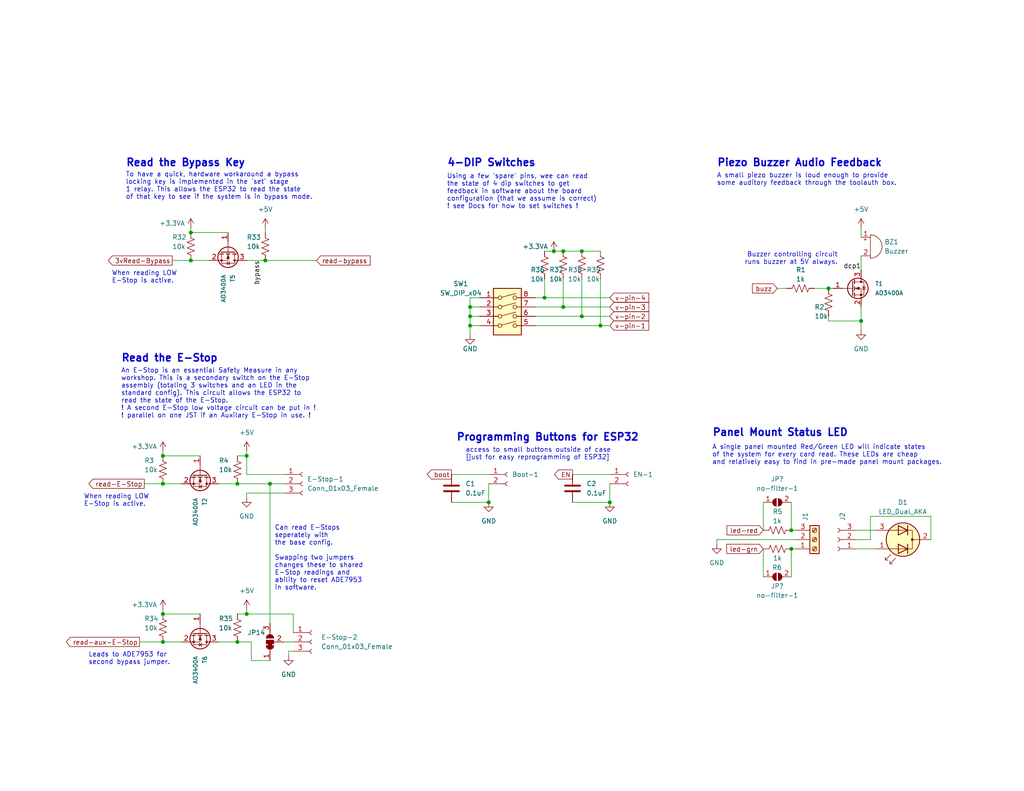
<source format=kicad_sch>
(kicad_sch (version 20211123) (generator eeschema)
  (paper "USLetter")
  (title_block (title "Onboard Lights, Sounds and Logic Level Converters") (date "2022-10-09") (rev "3") (company "Corey Rice & MakeHaven") (comment 1 "Buzzer and Panel Mount LED for Audio feedback to user") (comment 2 "Logic Level shifters to read states of E-Stop(s) and Bypass Key") (comment 3 "DIP switches to describe hardware state") (comment 4 "Breakout connections for the EN & Boot pins, for possible panel mount"))
  (lib_symbols
    (symbol "Connector:Conn_01x02_Female" (pin_names (offset 1.016) hide)
      (property "Reference" "J" (at 0 2.54 0))
      (property "Value" "Conn_01x02_Female" (at 0 -5.08 0))
      (symbol "Conn_01x02_Female_1_1"
        (arc (start 0 -2.032) (mid -0.508 -2.54) (end 0 -3.048) (stroke (width 0.1524)))
        (polyline (pts (xy -1.27 -2.54) (xy -0.508 -2.54)) (stroke (width 0.1524)))
        (polyline (pts (xy -1.27 0) (xy -0.508 0)) (stroke (width 0.1524)))
        (arc (start 0 0.508) (mid -0.508 0) (end 0 -0.508) (stroke (width 0.1524)))
        (pin passive line (at -5.08 0 0) (length 3.81) (name "Pin_1") (number "1"))
        (pin passive line (at -5.08 -2.54 0) (length 3.81) (name "Pin_2") (number "2"))
      )
    )
    (symbol "Connector:Conn_01x03_Female" (pin_names (offset 1.016) hide)
      (property "Reference" "J" (at 0 5.08 0))
      (property "Value" "Conn_01x03_Female" (at 0 -5.08 0))
      (symbol "Conn_01x03_Female_1_1"
        (arc (start 0 -2.032) (mid -0.508 -2.54) (end 0 -3.048) (stroke (width 0.1524)))
        (polyline (pts (xy -1.27 -2.54) (xy -0.508 -2.54)) (stroke (width 0.1524)))
        (polyline (pts (xy -1.27 0) (xy -0.508 0)) (stroke (width 0.1524)))
        (polyline (pts (xy -1.27 2.54) (xy -0.508 2.54)) (stroke (width 0.1524)))
        (arc (start 0 0.508) (mid -0.508 0) (end 0 -0.508) (stroke (width 0.1524)))
        (arc (start 0 3.048) (mid -0.508 2.54) (end 0 2.032) (stroke (width 0.1524)))
        (pin passive line (at -5.08 2.54 0) (length 3.81) (name "Pin_1") (number "1"))
        (pin passive line (at -5.08 0 0) (length 3.81) (name "Pin_2") (number "2"))
        (pin passive line (at -5.08 -2.54 0) (length 3.81) (name "Pin_3") (number "3"))
      )
    )
    (symbol "Connector:Screw_Terminal_01x03" (pin_names (offset 1.016) hide)
      (property "Reference" "J" (at 0 5.08 0))
      (property "Value" "Screw_Terminal_01x03" (at 0 -5.08 0))
      (symbol "Screw_Terminal_01x03_1_1"
        (rectangle (start -1.27 3.81) (end 1.27 -3.81) (stroke (width 0.254)) (fill (type background)))
        (circle (center 0 -2.54) (radius 0.635) (stroke (width 0.1524)))
        (polyline (pts (xy -0.5334 -2.2098) (xy 0.3302 -3.048)) (stroke (width 0.1524)))
        (polyline (pts (xy -0.5334 0.3302) (xy 0.3302 -0.508)) (stroke (width 0.1524)))
        (polyline (pts (xy -0.5334 2.8702) (xy 0.3302 2.032)) (stroke (width 0.1524)))
        (polyline (pts (xy -0.3556 -2.032) (xy 0.508 -2.8702)) (stroke (width 0.1524)))
        (polyline (pts (xy -0.3556 0.508) (xy 0.508 -0.3302)) (stroke (width 0.1524)))
        (polyline (pts (xy -0.3556 3.048) (xy 0.508 2.2098)) (stroke (width 0.1524)))
        (circle (center 0 0) (radius 0.635) (stroke (width 0.1524)))
        (circle (center 0 2.54) (radius 0.635) (stroke (width 0.1524)))
        (pin passive line (at -5.08 2.54 0) (length 3.81) (name "Pin_1") (number "1"))
        (pin passive line (at -5.08 0 0) (length 3.81) (name "Pin_2") (number "2"))
        (pin passive line (at -5.08 -2.54 0) (length 3.81) (name "Pin_3") (number "3"))
      )
    )
    (symbol "Device:Buzzer" (pin_names (offset 0.0254) hide)
      (property "Reference" "BZ" (at 3.81 1.27 0))
      (property "Value" "Buzzer" (at 3.81 -1.27 0))
      (symbol "Buzzer_0_1"
        (arc (start 0 -3.175) (mid 3.175 0) (end 0 3.175))
        (polyline (pts (xy -1.651 1.905) (xy -1.143 1.905)))
        (polyline (pts (xy -1.397 2.159) (xy -1.397 1.651)))
        (polyline (pts (xy 0 3.175) (xy 0 -3.175)))
      )
      (symbol "Buzzer_1_1"
        (pin passive line (at -2.54 2.54 0) (length 2.54) (name "-") (number "1"))
        (pin passive line (at -2.54 -2.54 0) (length 2.54) (name "+") (number "2"))
      )
    )
    (symbol "Device:C" (pin_numbers hide) (pin_names (offset 0.254))
      (property "Reference" "C" (at 0.635 2.54 0))
      (property "Value" "C" (at 0.635 -2.54 0))
      (symbol "C_0_1"
        (polyline (pts (xy -2.032 -0.762) (xy 2.032 -0.762)) (stroke (width 0.508)))
        (polyline (pts (xy -2.032 0.762) (xy 2.032 0.762)) (stroke (width 0.508)))
      )
      (symbol "C_1_1"
        (pin passive line (at 0 3.81 270) (length 2.794) (name "~") (number "1"))
        (pin passive line (at 0 -3.81 90) (length 2.794) (name "~") (number "2"))
      )
    )
    (symbol "Device:LED_Dual_AKA" (pin_names (offset 0) hide)
      (property "Reference" "D" (at 0 5.715 0))
      (property "Value" "LED_Dual_AKA" (at 0 -6.35 0))
      (symbol "LED_Dual_AKA_0_1"
        (circle (center -2.54 0) (radius 0.2794) (fill (type outline)))
        (polyline (pts (xy -4.572 0) (xy -2.54 0)))
        (polyline (pts (xy -1.27 -1.27) (xy -1.27 -3.81)) (stroke (width 0.254)))
        (polyline (pts (xy -1.27 1.27) (xy -1.27 3.81)) (stroke (width 0.254)))
        (polyline (pts (xy 3.81 -2.54) (xy 1.905 -2.54)))
        (polyline (pts (xy 3.81 2.54) (xy 1.905 2.54)))
        (polyline (pts (xy 1.27 -3.81) (xy 1.27 -1.27) (xy -1.27 -2.54) (xy 1.27 -3.81)) (stroke (width 0.254)))
        (polyline (pts (xy 1.27 1.27) (xy 1.27 3.81) (xy -1.27 2.54) (xy 1.27 1.27)) (stroke (width 0.254)))
        (polyline (pts (xy 2.032 2.54) (xy -2.54 2.54) (xy -2.54 -2.54) (xy 2.032 -2.54)))
        (polyline (pts (xy 2.032 5.08) (xy 3.556 6.604) (xy 2.794 6.604) (xy 3.556 6.604) (xy 3.556 5.842)))
        (polyline (pts (xy 3.302 4.064) (xy 4.826 5.588) (xy 4.064 5.588) (xy 4.826 5.588) (xy 4.826 4.826)))
        (circle (center 0 0) (radius 4.572) (stroke (width 0.254)) (fill (type background)))
      )
      (symbol "LED_Dual_AKA_1_1"
        (pin input line (at 7.62 2.54 180) (length 3.81) (name "A1") (number "1"))
        (pin input line (at -7.62 0 0) (length 3.048) (name "K") (number "2"))
        (pin input line (at 7.62 -2.54 180) (length 3.81) (name "A2") (number "3"))
      )
    )
    (symbol "Device:R_US" (pin_numbers hide) (pin_names (offset 0))
      (property "Reference" "R" (at 2.54 0 90))
      (property "Value" "R_US" (at -2.54 0 90))
      (symbol "R_US_0_1"
        (polyline (pts (xy 0 -2.286) (xy 0 -2.54)))
        (polyline (pts (xy 0 2.286) (xy 0 2.54)))
        (polyline (pts (xy 0 -0.762) (xy 1.016 -1.143) (xy 0 -1.524) (xy -1.016 -1.905) (xy 0 -2.286)))
        (polyline (pts (xy 0 0.762) (xy 1.016 0.381) (xy 0 0) (xy -1.016 -0.381) (xy 0 -0.762)))
        (polyline (pts (xy 0 2.286) (xy 1.016 1.905) (xy 0 1.524) (xy -1.016 1.143) (xy 0 0.762)))
      )
      (symbol "R_US_1_1"
        (pin passive line (at 0 3.81 270) (length 1.27) (name "~") (number "1"))
        (pin passive line (at 0 -3.81 90) (length 1.27) (name "~") (number "2"))
      )
    )
    (symbol "Jumper:SolderJumper_2_Open" (pin_names (offset 0) hide)
      (property "Reference" "JP" (at 0 2.032 0))
      (property "Value" "SolderJumper_2_Open" (at 0 -2.54 0))
      (symbol "SolderJumper_2_Open_0_1"
        (arc (start -0.254 1.016) (mid -1.27 0) (end -0.254 -1.016))
        (arc (start -0.254 1.016) (mid -1.27 0) (end -0.254 -1.016) (fill (type outline)))
        (polyline (pts (xy -0.254 1.016) (xy -0.254 -1.016)))
        (polyline (pts (xy 0.254 1.016) (xy 0.254 -1.016)))
        (arc (start 0.254 -1.016) (mid 1.27 0) (end 0.254 1.016))
        (arc (start 0.254 -1.016) (mid 1.27 0) (end 0.254 1.016) (fill (type outline)))
      )
      (symbol "SolderJumper_2_Open_1_1"
        (pin passive line (at -3.81 0 0) (length 2.54) (name "A") (number "1"))
        (pin passive line (at 3.81 0 180) (length 2.54) (name "B") (number "2"))
      )
    )
    (symbol "Jumper:SolderJumper_3_Bridged12" (pin_names (offset 0) hide)
      (property "Reference" "JP" (at -2.54 -2.54 0))
      (property "Value" "SolderJumper_3_Bridged12" (at 0 2.794 0))
      (symbol "SolderJumper_3_Bridged12_0_1"
        (rectangle (start -1.016 0.508) (end -0.508 -0.508) (fill (type outline)))
        (arc (start -1.016 1.016) (mid -2.032 0) (end -1.016 -1.016))
        (arc (start -1.016 1.016) (mid -2.032 0) (end -1.016 -1.016) (fill (type outline)))
        (rectangle (start -0.508 1.016) (end 0.508 -1.016) (fill (type outline)))
        (polyline (pts (xy -2.54 0) (xy -2.032 0)))
        (polyline (pts (xy -1.016 1.016) (xy -1.016 -1.016)))
        (polyline (pts (xy 0 -1.27) (xy 0 -1.016)))
        (polyline (pts (xy 1.016 1.016) (xy 1.016 -1.016)))
        (polyline (pts (xy 2.54 0) (xy 2.032 0)))
        (arc (start 1.016 -1.016) (mid 2.032 0) (end 1.016 1.016))
        (arc (start 1.016 -1.016) (mid 2.032 0) (end 1.016 1.016) (fill (type outline)))
      )
      (symbol "SolderJumper_3_Bridged12_1_1"
        (pin passive line (at -5.08 0 0) (length 2.54) (name "A") (number "1"))
        (pin passive line (at 0 -3.81 90) (length 2.54) (name "C") (number "2"))
        (pin passive line (at 5.08 0 180) (length 2.54) (name "B") (number "3"))
      )
    )
    (symbol "Switch:SW_DIP_x04" (pin_names (offset 0) hide)
      (property "Reference" "SW" (at 0 8.89 0))
      (property "Value" "SW_DIP_x04" (at 0 -6.35 0))
      (symbol "SW_DIP_x04_0_0"
        (circle (center -2.032 -2.54) (radius 0.508))
        (circle (center -2.032 0) (radius 0.508))
        (circle (center -2.032 2.54) (radius 0.508))
        (circle (center -2.032 5.08) (radius 0.508))
        (polyline (pts (xy -1.524 -2.3876) (xy 2.3622 -1.3462)))
        (polyline (pts (xy -1.524 0.127) (xy 2.3622 1.1684)))
        (polyline (pts (xy -1.524 2.667) (xy 2.3622 3.7084)))
        (polyline (pts (xy -1.524 5.207) (xy 2.3622 6.2484)))
        (circle (center 2.032 -2.54) (radius 0.508))
        (circle (center 2.032 0) (radius 0.508))
        (circle (center 2.032 2.54) (radius 0.508))
        (circle (center 2.032 5.08) (radius 0.508))
      )
      (symbol "SW_DIP_x04_0_1"
        (rectangle (start -3.81 7.62) (end 3.81 -5.08) (stroke (width 0.254)) (fill (type background)))
      )
      (symbol "SW_DIP_x04_1_1"
        (pin passive line (at -7.62 5.08 0) (length 5.08) (name "~") (number "1"))
        (pin passive line (at -7.62 2.54 0) (length 5.08) (name "~") (number "2"))
        (pin passive line (at -7.62 0 0) (length 5.08) (name "~") (number "3"))
        (pin passive line (at -7.62 -2.54 0) (length 5.08) (name "~") (number "4"))
        (pin passive line (at 7.62 -2.54 180) (length 5.08) (name "~") (number "5"))
        (pin passive line (at 7.62 0 180) (length 5.08) (name "~") (number "6"))
        (pin passive line (at 7.62 2.54 180) (length 5.08) (name "~") (number "7"))
        (pin passive line (at 7.62 5.08 180) (length 5.08) (name "~") (number "8"))
      )
    )
    (symbol "Transistor_FET:AO3400A" (pin_names hide)
      (property "Reference" "Q" (at 5.08 1.905 0))
      (property "Value" "AO3400A" (at 5.08 0 0))
      (symbol "AO3400A_0_1"
        (polyline (pts (xy 0.254 0) (xy -2.54 0)))
        (polyline (pts (xy 0.254 1.905) (xy 0.254 -1.905)) (stroke (width 0.254)))
        (polyline (pts (xy 0.762 -1.27) (xy 0.762 -2.286)) (stroke (width 0.254)))
        (polyline (pts (xy 0.762 0.508) (xy 0.762 -0.508)) (stroke (width 0.254)))
        (polyline (pts (xy 0.762 2.286) (xy 0.762 1.27)) (stroke (width 0.254)))
        (polyline (pts (xy 2.54 2.54) (xy 2.54 1.778)))
        (polyline (pts (xy 2.54 -2.54) (xy 2.54 0) (xy 0.762 0)))
        (polyline (pts (xy 0.762 -1.778) (xy 3.302 -1.778) (xy 3.302 1.778) (xy 0.762 1.778)))
        (polyline (pts (xy 1.016 0) (xy 2.032 0.381) (xy 2.032 -0.381) (xy 1.016 0)) (fill (type outline)))
        (polyline (pts (xy 2.794 0.508) (xy 2.921 0.381) (xy 3.683 0.381) (xy 3.81 0.254)))
        (polyline (pts (xy 3.302 0.381) (xy 2.921 -0.254) (xy 3.683 -0.254) (xy 3.302 0.381)))
        (circle (center 1.651 0) (radius 2.794) (stroke (width 0.254)))
        (circle (center 2.54 -1.778) (radius 0.254) (fill (type outline)))
        (circle (center 2.54 1.778) (radius 0.254) (fill (type outline)))
      )
      (symbol "AO3400A_1_1"
        (pin input line (at -5.08 0 0) (length 2.54) (name "G") (number "1"))
        (pin passive line (at 2.54 -5.08 90) (length 2.54) (name "S") (number "2"))
        (pin passive line (at 2.54 5.08 270) (length 2.54) (name "D") (number "3"))
      )
    )
    (symbol "power:+3.3VA" (power) (pin_names (offset 0))
      (property "Value" "+3.3VA" (at 0 3.556 0))
      (symbol "+3.3VA_0_1"
        (polyline (pts (xy -0.762 1.27) (xy 0 2.54)))
        (polyline (pts (xy 0 0) (xy 0 2.54)))
        (polyline (pts (xy 0 2.54) (xy 0.762 1.27)))
      )
      (symbol "+3.3VA_1_1"
        (pin power_in line (at 0 0 90) (length 0) hide (name "+3.3VA") (number "1"))
      )
    )
    (symbol "power:+5V" (power) (pin_names (offset 0))
      (property "Value" "+5V" (at 0 3.556 0))
      (symbol "+5V_0_1"
        (polyline (pts (xy -0.762 1.27) (xy 0 2.54)))
        (polyline (pts (xy 0 0) (xy 0 2.54)))
        (polyline (pts (xy 0 2.54) (xy 0.762 1.27)))
      )
      (symbol "+5V_1_1"
        (pin power_in line (at 0 0 90) (length 0) hide (name "+5V") (number "1"))
      )
    )
    (symbol "power:GND" (power) (pin_names (offset 0))
      (property "Value" "GND" (at 0 -3.81 0))
      (symbol "GND_0_1"
        (polyline (pts (xy 0 0) (xy 0 -1.27) (xy 1.27 -1.27) (xy 0 -2.54) (xy -1.27 -1.27) (xy 0 -1.27)))
      )
      (symbol "GND_1_1"
        (pin power_in line (at 0 0 270) (length 0) hide (name "GND") (number "1"))
      )
    )
  )
  (junction (at 67.31 167.64))
  (junction (at 72.39 71.12))
  (junction (at 215.9 149.86))
  (junction (at 158.75 68.58))
  (junction (at 128.27 88.9))
  (junction (at 52.07 71.12))
  (junction (at 128.27 86.36))
  (junction (at 73.66 132.08))
  (junction (at 52.07 63.5))
  (junction (at 133.35 137.16))
  (junction (at 226.06 78.74))
  (junction (at 44.45 132.08))
  (junction (at 44.45 167.64))
  (junction (at 128.27 83.82))
  (junction (at 153.67 68.58))
  (junction (at 151.13 68.58))
  (junction (at 44.45 175.26))
  (junction (at 234.95 87.63))
  (junction (at 64.77 175.26))
  (junction (at 44.45 124.46))
  (junction (at 153.67 83.82))
  (junction (at 215.9 144.78))
  (junction (at 64.77 132.08))
  (junction (at 148.59 81.28))
  (junction (at 158.75 86.36))
  (junction (at 67.31 124.46))
  (junction (at 163.83 88.9))
  (junction (at 166.37 137.16))
  (wire (pts (xy 146.05 81.28) (xy 148.59 81.28)))
  (wire (pts (xy 39.37 132.08) (xy 44.45 132.08)))
  (wire (pts (xy 226.06 78.74) (xy 227.33 78.74)))
  (wire (pts (xy 158.75 86.36) (xy 166.37 86.36)))
  (wire (pts (xy 44.45 132.08) (xy 49.53 132.08)))
  (wire (pts (xy 166.37 132.08) (xy 166.37 137.16)))
  (wire (pts (xy 44.45 166.37) (xy 44.45 167.64)))
  (wire (pts (xy 215.9 137.16) (xy 215.9 144.78)))
  (wire (pts (xy 163.83 88.9) (xy 146.05 88.9)))
  (wire (pts (xy 68.58 175.26) (xy 64.77 175.26)))
  (wire (pts (xy 153.67 68.58) (xy 158.75 68.58)))
  (wire (pts (xy 234.95 83.82) (xy 234.95 87.63)))
  (wire (pts (xy 208.28 137.16) (xy 208.28 144.78)))
  (wire (pts (xy 234.95 87.63) (xy 234.95 90.17)))
  (wire (pts (xy 133.35 132.08) (xy 133.35 137.16)))
  (wire (pts (xy 146.05 86.36) (xy 158.75 86.36)))
  (wire (pts (xy 208.28 149.86) (xy 208.28 157.48)))
  (wire (pts (xy 158.75 68.58) (xy 163.83 68.58)))
  (wire (pts (xy 158.75 76.2) (xy 158.75 86.36)))
  (wire (pts (xy 67.31 123.19) (xy 67.31 124.46)))
  (wire (pts (xy 72.39 62.23) (xy 72.39 63.5)))
  (wire (pts (xy 67.31 134.62) (xy 67.31 135.89)))
  (wire (pts (xy 146.05 83.82) (xy 153.67 83.82)))
  (wire (pts (xy 64.77 167.64) (xy 67.31 167.64)))
  (wire (pts (xy 215.9 144.78) (xy 217.17 144.78)))
  (wire (pts (xy 237.49 140.97) (xy 237.49 147.32)))
  (wire (pts (xy 148.59 76.2) (xy 148.59 81.28)))
  (wire (pts (xy 130.81 86.36) (xy 128.27 86.36)))
  (wire (pts (xy 148.59 68.58) (xy 151.13 68.58)))
  (wire (pts (xy 77.47 175.26) (xy 80.01 175.26)))
  (wire (pts (xy 44.45 167.64) (xy 54.61 167.64)))
  (wire (pts (xy 52.07 63.5) (xy 62.23 63.5)))
  (wire (pts (xy 226.06 86.36) (xy 226.06 87.63)))
  (wire (pts (xy 67.31 129.54) (xy 77.47 129.54)))
  (wire (pts (xy 163.83 76.2) (xy 163.83 88.9)))
  (wire (pts (xy 67.31 71.12) (xy 72.39 71.12)))
  (wire (pts (xy 128.27 88.9) (xy 128.27 91.44)))
  (wire (pts (xy 226.06 87.63) (xy 234.95 87.63)))
  (wire (pts (xy 73.66 180.34) (xy 68.58 180.34)))
  (wire (pts (xy 64.77 132.08) (xy 73.66 132.08)))
  (wire (pts (xy 153.67 83.82) (xy 166.37 83.82)))
  (wire (pts (xy 64.77 124.46) (xy 67.31 124.46)))
  (wire (pts (xy 215.9 149.86) (xy 215.9 157.48)))
  (wire (pts (xy 130.81 88.9) (xy 128.27 88.9)))
  (wire (pts (xy 151.13 68.58) (xy 153.67 68.58)))
  (wire (pts (xy 67.31 166.37) (xy 67.31 167.64)))
  (wire (pts (xy 38.1 175.26) (xy 44.45 175.26)))
  (wire (pts (xy 130.81 83.82) (xy 128.27 83.82)))
  (wire (pts (xy 195.58 148.59) (xy 195.58 147.32)))
  (wire (pts (xy 46.99 71.12) (xy 52.07 71.12)))
  (wire (pts (xy 156.21 129.54) (xy 166.37 129.54)))
  (wire (pts (xy 67.31 167.64) (xy 80.01 167.64)))
  (wire (pts (xy 148.59 81.28) (xy 166.37 81.28)))
  (wire (pts (xy 78.74 177.8) (xy 80.01 177.8)))
  (wire (pts (xy 234.95 62.23) (xy 234.95 64.77)))
  (wire (pts (xy 67.31 129.54) (xy 67.31 124.46)))
  (wire (pts (xy 44.45 124.46) (xy 54.61 124.46)))
  (wire (pts (xy 128.27 81.28) (xy 130.81 81.28)))
  (wire (pts (xy 128.27 86.36) (xy 128.27 83.82)))
  (wire (pts (xy 222.25 78.74) (xy 226.06 78.74)))
  (wire (pts (xy 59.69 132.08) (xy 64.77 132.08)))
  (wire (pts (xy 233.68 149.86) (xy 238.76 149.86)))
  (wire (pts (xy 123.19 137.16) (xy 133.35 137.16)))
  (wire (pts (xy 44.45 175.26) (xy 49.53 175.26)))
  (wire (pts (xy 234.95 73.66) (xy 234.95 69.85)))
  (wire (pts (xy 59.69 175.26) (xy 64.77 175.26)))
  (wire (pts (xy 73.66 132.08) (xy 77.47 132.08)))
  (wire (pts (xy 128.27 83.82) (xy 128.27 81.28)))
  (wire (pts (xy 215.9 149.86) (xy 217.17 149.86)))
  (wire (pts (xy 153.67 76.2) (xy 153.67 83.82)))
  (wire (pts (xy 123.19 129.54) (xy 133.35 129.54)))
  (wire (pts (xy 128.27 88.9) (xy 128.27 86.36)))
  (wire (pts (xy 237.49 140.97) (xy 254 140.97)))
  (wire (pts (xy 72.39 71.12) (xy 86.36 71.12)))
  (wire (pts (xy 80.01 167.64) (xy 80.01 172.72)))
  (wire (pts (xy 73.66 132.08) (xy 73.66 170.18)))
  (wire (pts (xy 78.74 177.8) (xy 78.74 179.07)))
  (wire (pts (xy 166.37 88.9) (xy 163.83 88.9)))
  (wire (pts (xy 254 147.32) (xy 254 140.97)))
  (wire (pts (xy 233.68 144.78) (xy 238.76 144.78)))
  (wire (pts (xy 44.45 123.19) (xy 44.45 124.46)))
  (wire (pts (xy 68.58 180.34) (xy 68.58 175.26)))
  (wire (pts (xy 67.31 134.62) (xy 77.47 134.62)))
  (wire (pts (xy 52.07 62.23) (xy 52.07 63.5)))
  (wire (pts (xy 52.07 71.12) (xy 57.15 71.12)))
  (wire (pts (xy 195.58 147.32) (xy 217.17 147.32)))
  (wire (pts (xy 156.21 137.16) (xy 166.37 137.16)))
  (wire (pts (xy 212.09 78.74) (xy 214.63 78.74)))
  (wire (pts (xy 233.68 147.32) (xy 237.49 147.32)))
  (text "Programming Buttons for ESP32" (at 124.46 120.65 0) (effects (font (size 2 2) (thickness 0.4) bold) (justify left bottom)))
  (text "Leads to ADE7953 for \nsecond bypass jumper." (at 24.13 181.61 0) (effects (font (size 1.27 1.27)) (justify left bottom)))
  (text "4-DIP Switches" (at 121.92 45.72 0) (effects (font (size 2 2) (thickness 0.4) bold) (justify left bottom)))
  (text "A single panel mounted Red/Green LED will indicate states\nof the system for every card read. These LEDs are cheap \nand relatively easy to find in pre-made panel mount packages." (at 194.31 127 0) (effects (font (size 1.27 1.27)) (justify left bottom)))
  (text "Can read E-Stops \nseperately with \nthe base config. \n\nSwapping two jumpers \nchanges these to shared \nE-Stop readings and \nability to reset ADE7953\nin software." (at 74.93 161.29 0) (effects (font (size 1.27 1.27)) (justify left bottom)))
  (text "A small piezo buzzer is loud enough to provide\nsome auditory feedback through the toolauth box." (at 195.58 50.8 0) (effects (font (size 1.27 1.27)) (justify left bottom)))
  (text "access to small buttons outside of case \n[just for easy reprogramming of ESP32]" (at 127 125.73 0) (effects (font (size 1.27 1.27)) (justify left bottom)))
  (text "Read the E-Stop" (at 33.02 99.06 0) (effects (font (size 2 2) (thickness 0.4) bold) (justify left bottom)))
  (text "When reading LOW\nE-Stop is active." (at 22.86 138.43 0) (effects (font (size 1.27 1.27)) (justify left bottom)))
  (text "An E-Stop is an essential Safety Measure in any\nworkshop. This is a secondary switch on the E-Stop\nassembly (totaling 3 switches and an LED in the \nstandard config). This circuit allows the ESP32 to \nread the state of the E-Stop. \n! A second E-Stop low voltage circuit can be put in ! \n! parallel on one JST if an Auxilary E-Stop in use. !" (at 33.02 114.3 0) (effects (font (size 1.27 1.27)) (justify left bottom)))
  (text "Buzzer controlling circuit\nruns buzzer at 5V always." (at 228.6 72.39 180) (effects (font (size 1.27 1.27)) (justify right bottom)))
  (text "When reading LOW\nE-Stop is active." (at 30.48 77.47 0) (effects (font (size 1.27 1.27)) (justify left bottom)))
  (text "To have a quick, hardware workaround a bypass \nlocking key is implemented in the 'set' stage \n1 relay. This allows the ESP32 to read the state \nof that key to see if the system is in bypass mode. " (at 34.29 54.61 0) (effects (font (size 1.27 1.27)) (justify left bottom)))
  (text "Piezo Buzzer Audio Feedback" (at 195.58 45.72 0) (effects (font (size 2 2) (thickness 0.4) bold) (justify left bottom)))
  (text "Panel Mount Status LED" (at 194.31 119.38 0) (effects (font (size 2 2) (thickness 0.4) bold) (justify left bottom)))
  (text "Using a few 'spare' pins, wee can read\nthe state of 4 dip switches to get \nfeedback in software about the board \nconfiguration (that we assume is correct)\n! see Docs for how to set switches !" (at 121.92 57.15 0) (effects (font (size 1.27 1.27)) (justify left bottom)))
  (text "Read the Bypass Key" (at 34.29 45.72 0) (effects (font (size 2 2) (thickness 0.4) bold) (justify left bottom)))
  (label "bypass" (at 71.12 71.12 270))
  (label "dcp1" (at 234.95 73.66 180))
  (global_label "v-pin-3" (shape input) (at 166.37 83.82 0) (property "Intersheet References" "${INTERSHEET_REFS}" (effects hide)))
  (global_label "v-pin-2" (shape input) (at 166.37 86.36 0) (property "Intersheet References" "${INTERSHEET_REFS}" (effects hide)))
  (global_label "read-E-Stop" (shape output) (at 39.37 132.08 180) (property "Intersheet References" "${INTERSHEET_REFS}" (effects hide)))
  (global_label "led-red" (shape input) (at 208.28 144.78 180) (property "Intersheet References" "${INTERSHEET_REFS}" (effects hide)))
  (global_label "EN" (shape output) (at 156.21 129.54 180) (property "Intersheet References" "${INTERSHEET_REFS}" (effects hide)))
  (global_label "boot" (shape output) (at 123.19 129.54 180) (property "Intersheet References" "${INTERSHEET_REFS}" (effects hide)))
  (global_label "3vRead-Bypass" (shape output) (at 46.99 71.12 180) (property "Intersheet References" "${INTERSHEET_REFS}" (effects hide)))
  (global_label "read-bypass" (shape input) (at 86.36 71.12 0) (property "Intersheet References" "${INTERSHEET_REFS}" (effects hide)))
  (global_label "v-pin-4" (shape input) (at 166.37 81.28 0) (property "Intersheet References" "${INTERSHEET_REFS}" (effects hide)))
  (global_label "led-grn" (shape input) (at 208.28 149.86 180) (property "Intersheet References" "${INTERSHEET_REFS}" (effects hide)))
  (global_label "read-aux-E-Stop" (shape output) (at 38.1 175.26 180) (property "Intersheet References" "${INTERSHEET_REFS}" (effects hide)))
  (global_label "buzz" (shape input) (at 212.09 78.74 180) (property "Intersheet References" "${INTERSHEET_REFS}" (effects hide)))
  (global_label "v-pin-1" (shape input) (at 166.37 88.9 0) (property "Intersheet References" "${INTERSHEET_REFS}" (effects hide)))
  (symbol (lib_id "Device:R_US") (at 148.59 72.39 180) (unit 1)
    (property "Reference" "R36" (at 144.78 73.66 0) (effects (justify right)))
    (property "Value" "10k" (at 144.78 76.2 0) (effects (justify right)))
    (property "Footprint" "Resistor_SMD:R_0603_1608Metric" (effects hide))
    (property "JLCPCB Part #" "C25804" (effects hide))
  )
  (symbol (lib_id "Device:R_US") (at 158.75 72.39 180) (unit 1)
    (property "Reference" "R38" (at 154.94 73.66 0) (effects (justify right)))
    (property "Value" "10k" (at 154.94 76.2 0) (effects (justify right)))
    (property "Footprint" "Resistor_SMD:R_0603_1608Metric" (effects hide))
    (property "JLCPCB Part #" "C25804" (effects hide))
  )
  (symbol (lib_id "Device:R_US") (at 52.07 67.31 180) (unit 1)
    (property "Reference" "R32" (at 46.99 64.77 0) (effects (justify right)))
    (property "Value" "10k" (at 46.99 67.31 0) (effects (justify right)))
    (property "Footprint" "Resistor_SMD:R_0603_1608Metric" (effects hide))
    (property "JLCPCB Part #" "C25804" (effects hide))
  )
  (symbol (lib_id "Switch:SW_DIP_x04") (at 138.43 86.36 0) (unit 1)
    (property "Reference" "SW1" (at 125.73 77.47 0))
    (property "Value" "SW_DIP_x04" (at 125.73 80.01 0))
    (property "Footprint" "Button_Switch_SMD:SW_DIP_SPSTx04_Slide_Omron_A6H-4101_W6.15mm_P1.27mm" (effects hide))
    (property "Datasheet" "https://datasheet.lcsc.com/lcsc/1912111437_Omron-Electronics-A6H-4101_C397291.pdf" (effects hide))
    (property "JLCPCB Part #" "C224996" (effects hide))
  )
  (symbol (lib_id "Transistor_FET:AO3400A") (at 54.61 172.72 270) (unit 1)
    (property "Reference" "T6" (at 55.88 179.07 0) (effects (font (size 1.143 1.143)) (justify left)))
    (property "Value" "AO3400A" (at 53.34 179.07 0) (effects (font (size 1.143 1.143)) (justify left)))
    (property "Footprint" "Package_TO_SOT_SMD:SOT-23" (effects hide))
    (property "Datasheet" "http://www.aosmd.com/pdfs/datasheet/AO3400A.pdf" (effects hide))
    (property "JLCPCB Part #" "C427382" (effects hide))
  )
  (symbol (lib_id "power:GND") (at 234.95 90.17 0) (unit 1)
    (property "Reference" "#PWR0107" (effects hide))
    (property "Value" "GND" (at 234.95 95.25 0))
  )
  (symbol (lib_id "Device:LED_Dual_AKA") (at 246.38 147.32 180) (unit 1) (in_bom no) (on_board no)
    (property "Reference" "D1" (at 246.3165 137.16 0))
    (property "Value" "LED_Dual_AKA" (at 246.3165 139.7 0))
  )
  (symbol (lib_id "Jumper:SolderJumper_2_Open") (at 212.09 157.48 0) (unit 1)
    (property "Reference" "JP?" (at 212.09 160.02 0))
    (property "Value" "no-filter-1" (at 212.09 162.56 0))
    (property "Footprint" "Jumper:SolderJumper-2_P1.3mm_Open_RoundedPad1.0x1.5mm" (effects hide))
  )
  (symbol (lib_id "power:GND") (at 133.35 137.16 0) (unit 1)
    (property "Reference" "#PWR0112" (effects hide))
    (property "Value" "GND" (at 133.35 142.24 0))
  )
  (symbol (lib_id "power:+3.3VA") (at 151.13 68.58 0) (unit 1)
    (property "Reference" "#PWR0165" (effects hide))
    (property "Value" "+3.3VA" (at 146.05 67.31 0))
  )
  (symbol (lib_id "Device:Buzzer") (at 237.49 67.31 0) (unit 1)
    (property "Reference" "BZ1" (at 241.3 66.0399 0) (effects (justify left)))
    (property "Value" "Buzzer" (at 241.3 68.5799 0) (effects (justify left)))
    (property "Footprint" "Buzzer_Beeper:Buzzer_12x9.5RM7.6" (effects hide))
    (property "JLCPCB Part #" "C96095" (effects hide))
  )
  (symbol (lib_id "Transistor_FET:AO3400A") (at 62.23 68.58 270) (unit 1)
    (property "Reference" "T5" (at 63.5 74.93 0) (effects (font (size 1.143 1.143)) (justify left)))
    (property "Value" "AO3400A" (at 60.96 74.93 0) (effects (font (size 1.143 1.143)) (justify left)))
    (property "Footprint" "Package_TO_SOT_SMD:SOT-23" (effects hide))
    (property "Datasheet" "http://www.aosmd.com/pdfs/datasheet/AO3400A.pdf" (effects hide))
    (property "JLCPCB Part #" "C427382" (effects hide))
  )
  (symbol (lib_id "Device:R_US") (at 72.39 67.31 180) (unit 1)
    (property "Reference" "R33" (at 67.31 64.77 0) (effects (justify right)))
    (property "Value" "10k" (at 67.31 67.31 0) (effects (justify right)))
    (property "Footprint" "Resistor_SMD:R_0603_1608Metric" (effects hide))
    (property "JLCPCB Part #" "C25804" (effects hide))
  )
  (symbol (lib_id "Device:R_US") (at 212.09 144.78 90) (unit 1)
    (property "Reference" "R5" (at 210.82 139.7 90) (effects (justify right)))
    (property "Value" "1k" (at 210.82 142.24 90) (effects (justify right)))
    (property "Footprint" "Resistor_SMD:R_0603_1608Metric" (effects hide))
    (property "JLCPCB Part #" "C21190" (effects hide))
  )
  (symbol (lib_id "power:GND") (at 67.31 135.89 0) (unit 1)
    (property "Reference" "#PWR0110" (effects hide))
    (property "Value" "GND" (at 67.31 140.97 0))
  )
  (symbol (lib_id "Device:R_US") (at 163.83 72.39 180) (unit 1)
    (property "Reference" "R39" (at 160.02 73.66 0) (effects (justify right)))
    (property "Value" "10k" (at 160.02 76.2 0) (effects (justify right)))
    (property "Footprint" "Resistor_SMD:R_0603_1608Metric" (effects hide))
    (property "JLCPCB Part #" "C25804" (effects hide))
  )
  (symbol (lib_id "Connector:Conn_01x03_Female") (at 228.6 147.32 180) (unit 1) (in_bom no) (on_board no)
    (property "Reference" "J2" (at 229.87 142.24 90) (effects (justify right)))
    (property "Value" "Conn_01x03_Female" (effects hide))
  )
  (symbol (lib_id "Device:C") (at 123.19 133.35 0) (unit 1)
    (property "Reference" "C1" (at 127 132.0799 0) (effects (justify left)))
    (property "Value" "0.1uF" (at 127 134.6199 0) (effects (justify left)))
    (property "Footprint" "LED_SMD:LED_0603_1608Metric" (effects hide))
    (property "JLCPCB Part #" "C14663" (effects hide))
  )
  (symbol (lib_id "Device:R_US") (at 212.09 149.86 270) (unit 1)
    (property "Reference" "R6" (at 213.36 154.94 90) (effects (justify right)))
    (property "Value" "1k" (at 213.36 152.4 90) (effects (justify right)))
    (property "Footprint" "Resistor_SMD:R_0603_1608Metric" (effects hide))
    (property "JLCPCB Part #" "C21190" (effects hide))
  )
  (symbol (lib_id "power:GND") (at 78.74 179.07 0) (unit 1)
    (property "Reference" "#PWR011" (effects hide))
    (property "Value" "GND" (at 78.74 184.15 0))
  )
  (symbol (lib_id "Transistor_FET:AO3400A") (at 54.61 129.54 270) (unit 1)
    (property "Reference" "T2" (at 55.88 135.89 0) (effects (font (size 1.143 1.143)) (justify left)))
    (property "Value" "AO3400A" (at 53.34 135.89 0) (effects (font (size 1.143 1.143)) (justify left)))
    (property "Footprint" "Package_TO_SOT_SMD:SOT-23" (effects hide))
    (property "Datasheet" "http://www.aosmd.com/pdfs/datasheet/AO3400A.pdf" (effects hide))
    (property "JLCPCB Part #" "C427382" (effects hide))
  )
  (symbol (lib_id "Connector:Conn_01x03_Female") (at 85.09 175.26 0) (unit 1)
    (property "Reference" "E-Stop-2" (at 87.63 173.99 0) (effects (justify left)))
    (property "Value" "Conn_01x03_Female" (at 87.63 176.53 0) (effects (justify left)))
    (property "Footprint" "Connector_JST:JST_PH_B3B-PH-K_1x03_P2.00mm_Vertical" (effects hide))
    (property "JLCPCB Part #" "C131339" (effects hide))
  )
  (symbol (lib_id "Connector:Conn_01x02_Female") (at 138.43 129.54 0) (unit 1)
    (property "Reference" "Boot-1" (at 139.7 129.5399 0) (effects (justify left)))
    (property "Value" "Conn_01x02_Female" (effects hide))
    (property "Footprint" "Connector_PinSocket_2.54mm:PinSocket_1x02_P2.54mm_Vertical" (effects hide))
  )
  (symbol (lib_id "Device:C") (at 156.21 133.35 0) (unit 1)
    (property "Reference" "C2" (at 160.02 132.0799 0) (effects (justify left)))
    (property "Value" "0.1uF" (at 160.02 134.6199 0) (effects (justify left)))
    (property "Footprint" "LED_SMD:LED_0603_1608Metric" (effects hide))
    (property "JLCPCB Part #" "C14663" (effects hide))
  )
  (symbol (lib_id "Connector:Screw_Terminal_01x03") (at 222.25 147.32 0) (mirror x) (unit 1)
    (property "Reference" "J1" (at 219.71 142.24 90) (effects (justify right)))
    (property "Value" "Conn_01x03_Male" (effects hide))
    (property "Footprint" "TerminalBlock_TE-Connectivity:TerminalBlock_TE_282834-3_1x03_P2.54mm_Horizontal" (effects hide))
    (property "JLCPCB Part #" "C557686" (effects hide))
  )
  (symbol (lib_id "Device:R_US") (at 44.45 171.45 180) (unit 1)
    (property "Reference" "R34" (at 39.37 168.91 0) (effects (justify right)))
    (property "Value" "10k" (at 39.37 171.45 0) (effects (justify right)))
    (property "Footprint" "Resistor_SMD:R_0603_1608Metric" (effects hide))
    (property "JLCPCB Part #" "C25804" (effects hide))
  )
  (symbol (lib_id "Device:R_US") (at 64.77 171.45 180) (unit 1)
    (property "Reference" "R35" (at 59.69 168.91 0) (effects (justify right)))
    (property "Value" "10k" (at 59.69 171.45 0) (effects (justify right)))
    (property "Footprint" "Resistor_SMD:R_0603_1608Metric" (effects hide))
    (property "JLCPCB Part #" "C25804" (effects hide))
  )
  (symbol (lib_id "Device:R_US") (at 153.67 72.39 180) (unit 1)
    (property "Reference" "R37" (at 149.86 73.66 0) (effects (justify right)))
    (property "Value" "10k" (at 149.86 76.2 0) (effects (justify right)))
    (property "Footprint" "Resistor_SMD:R_0603_1608Metric" (effects hide))
    (property "JLCPCB Part #" "C25804" (effects hide))
  )
  (symbol (lib_id "Device:R_US") (at 226.06 82.55 180) (unit 1)
    (property "Reference" "R2" (at 222.25 83.82 0) (effects (justify right)))
    (property "Value" "10k" (at 222.25 86.36 0) (effects (justify right)))
    (property "Footprint" "Resistor_SMD:R_0603_1608Metric" (effects hide))
    (property "JLCPCB Part #" "C25804" (effects hide))
  )
  (symbol (lib_id "power:+5V") (at 234.95 62.23 0) (unit 1)
    (property "Reference" "#PWR0106" (effects hide))
    (property "Value" "+5V" (at 234.95 57.15 0))
  )
  (symbol (lib_id "power:GND") (at 166.37 137.16 0) (unit 1)
    (property "Reference" "#PWR0113" (effects hide))
    (property "Value" "GND" (at 166.37 142.24 0))
  )
  (symbol (lib_id "Jumper:SolderJumper_2_Open") (at 212.09 137.16 0) (unit 1)
    (property "Reference" "JP?" (at 212.09 130.81 0))
    (property "Value" "no-filter-1" (at 212.09 133.35 0))
    (property "Footprint" "Jumper:SolderJumper-2_P1.3mm_Open_RoundedPad1.0x1.5mm" (effects hide))
  )
  (symbol (lib_id "Connector:Conn_01x02_Female") (at 171.45 129.54 0) (unit 1)
    (property "Reference" "EN-1" (at 172.72 129.5399 0) (effects (justify left)))
    (property "Value" "Conn_01x02_Female" (effects hide))
    (property "Footprint" "Connector_PinSocket_2.54mm:PinSocket_1x02_P2.54mm_Vertical" (effects hide))
  )
  (symbol (lib_id "Device:R_US") (at 64.77 128.27 180) (unit 1)
    (property "Reference" "R4" (at 59.69 125.73 0) (effects (justify right)))
    (property "Value" "10k" (at 59.69 128.27 0) (effects (justify right)))
    (property "Footprint" "Resistor_SMD:R_0603_1608Metric" (effects hide))
    (property "JLCPCB Part #" "C25804" (effects hide))
  )
  (symbol (lib_id "Device:R_US") (at 218.44 78.74 90) (unit 1)
    (property "Reference" "R1" (at 217.17 73.66 90) (effects (justify right)))
    (property "Value" "1k" (at 217.17 76.2 90) (effects (justify right)))
    (property "Footprint" "Resistor_SMD:R_0603_1608Metric" (effects hide))
    (property "JLCPCB Part #" "C21190" (effects hide))
  )
  (symbol (lib_id "power:+5V") (at 67.31 166.37 0) (unit 1)
    (property "Reference" "#PWR010" (effects hide))
    (property "Value" "+5V" (at 67.31 161.29 0))
  )
  (symbol (lib_id "Jumper:SolderJumper_3_Bridged12") (at 73.66 175.26 90) (unit 1)
    (property "Reference" "JP14" (at 72.39 172.72 90) (effects (justify left)))
    (property "Value" "SolderJumper_3_Bridged12" (effects hide))
    (property "Footprint" "Jumper:SolderJumper-3_P1.3mm_Bridged12_RoundedPad1.0x1.5mm" (effects hide))
  )
  (symbol (lib_id "power:+5V") (at 67.31 123.19 0) (unit 1)
    (property "Reference" "#PWR0111" (effects hide))
    (property "Value" "+5V" (at 67.31 118.11 0))
  )
  (symbol (lib_id "power:+3.3VA") (at 44.45 166.37 0) (unit 1)
    (property "Reference" "#PWR0147" (effects hide))
    (property "Value" "+3.3VA" (at 39.37 165.1 0))
  )
  (symbol (lib_id "power:+5V") (at 72.39 62.23 0) (unit 1)
    (property "Reference" "#PWR02" (effects hide))
    (property "Value" "+5V" (at 72.39 57.15 0))
  )
  (symbol (lib_id "power:+3.3VA") (at 52.07 62.23 0) (unit 1)
    (property "Reference" "#PWR0153" (effects hide))
    (property "Value" "+3.3VA" (at 46.99 60.96 0))
  )
  (symbol (lib_id "power:GND") (at 128.27 91.44 0) (unit 1)
    (property "Reference" "#PWR0108" (effects hide))
    (property "Value" "GND" (at 128.27 95.25 0))
  )
  (symbol (lib_id "Transistor_FET:AO3400A") (at 232.41 78.74 0) (unit 1)
    (property "Reference" "T1" (at 238.76 77.47 0) (effects (font (size 1.143 1.143)) (justify left)))
    (property "Value" "AO3400A" (at 238.76 80.01 0) (effects (font (size 1.143 1.143)) (justify left)))
    (property "Footprint" "Package_TO_SOT_SMD:SOT-23" (effects hide))
    (property "Datasheet" "http://www.aosmd.com/pdfs/datasheet/AO3400A.pdf" (effects hide))
    (property "JLCPCB Part #" "C427382" (effects hide))
  )
  (symbol (lib_id "power:+3.3VA") (at 44.45 123.19 0) (unit 1)
    (property "Reference" "#PWR0146" (effects hide))
    (property "Value" "+3.3VA" (at 39.37 121.92 0))
  )
  (symbol (lib_id "Connector:Conn_01x03_Female") (at 82.55 132.08 0) (unit 1)
    (property "Reference" "E-Stop-1" (at 83.82 130.8099 0) (effects (justify left)))
    (property "Value" "Conn_01x03_Female" (at 83.82 133.3499 0) (effects (justify left)))
    (property "Footprint" "Connector_JST:JST_PH_B3B-PH-K_1x03_P2.00mm_Vertical" (effects hide))
    (property "JLCPCB Part #" "C131339" (effects hide))
  )
  (symbol (lib_id "power:GND") (at 195.58 148.59 0) (unit 1)
    (property "Reference" "#PWR0114" (effects hide))
    (property "Value" "GND" (at 195.58 153.67 0))
  )
  (symbol (lib_id "Device:R_US") (at 44.45 128.27 180) (unit 1)
    (property "Reference" "R3" (at 39.37 125.73 0) (effects (justify right)))
    (property "Value" "10k" (at 39.37 128.27 0) (effects (justify right)))
    (property "Footprint" "Resistor_SMD:R_0603_1608Metric" (effects hide))
    (property "JLCPCB Part #" "C25804" (effects hide))
  )
)
</source>
